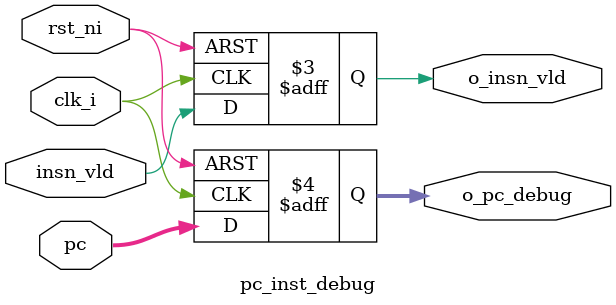
<source format=v>
module pc_inst_debug(
	input clk_i,
	input rst_ni,
	input insn_vld,
	input [31:0] pc,
	output reg o_insn_vld,
	output reg [31:0] o_pc_debug
);

	always @(posedge clk_i or negedge rst_ni) begin
		if (!rst_ni) begin
			o_insn_vld <= 1'b0;
			o_pc_debug <= 32'b0;
		end else begin
			o_insn_vld <= insn_vld;
			o_pc_debug <= pc;
		end
	end
endmodule
</source>
